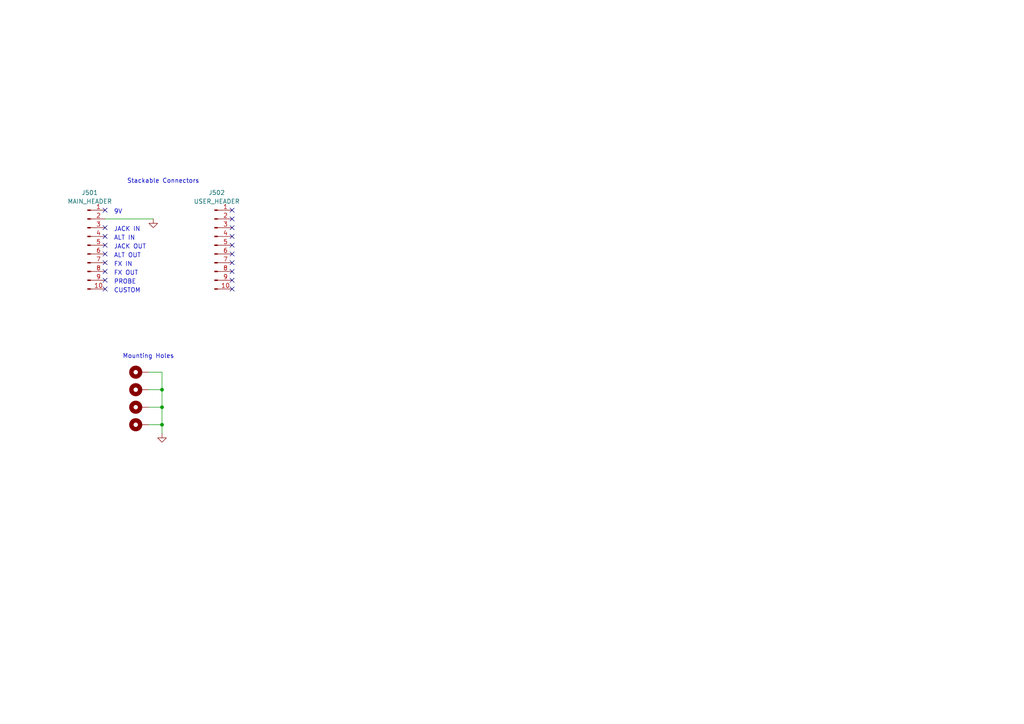
<source format=kicad_sch>
(kicad_sch (version 20230121) (generator eeschema)
  (paper "A4")
  (lib_symbols
    (symbol "4ms_Power-symbol:GND" (power) (pin_names (offset 0))
      (property "Value" "GND" (at 0 -3.81 0))
      (symbol "GND_0_1"
        (polyline (pts (xy 0 0) (xy 0 -1.27) (xy 1.27 -1.27) (xy 0 -2.54) (xy -1.27 -1.27) (xy 0 -1.27)))
      )
      (symbol "GND_1_1"
        (pin power_in line (at 0 0 270) (length 0) hide (name "GND") (number "1"))
      )
    )
    (symbol "Mechanical:MountingHole_Pad" (pin_numbers hide) (pin_names (offset 1.016) hide)
      (property "Reference" "H" (at 0 6.35 0))
      (property "Value" "MountingHole_Pad" (at 0 4.445 0))
      (symbol "MountingHole_Pad_0_1"
        (circle (center 0 1.27) (radius 1.27) (stroke (width 1.27)))
      )
      (symbol "MountingHole_Pad_1_1"
        (pin input line (at 0 -2.54 90) (length 2.54) (name "1") (number "1"))
      )
    )
    (symbol "___MY_LIB:Conn_01x10_Pin" (pin_names (offset 1.016) hide)
      (property "Reference" "J" (at 0 12.7 0))
      (property "Value" "Conn_01x10_Pin" (at 0 -15.24 0))
      (symbol "Conn_01x10_Pin_1_1"
        (polyline (pts (xy 1.27 -12.7) (xy 0.8636 -12.7)) (stroke (width 0.1524)))
        (polyline (pts (xy 1.27 -10.16) (xy 0.8636 -10.16)) (stroke (width 0.1524)))
        (polyline (pts (xy 1.27 -7.62) (xy 0.8636 -7.62)) (stroke (width 0.1524)))
        (polyline (pts (xy 1.27 -5.08) (xy 0.8636 -5.08)) (stroke (width 0.1524)))
        (polyline (pts (xy 1.27 -2.54) (xy 0.8636 -2.54)) (stroke (width 0.1524)))
        (polyline (pts (xy 1.27 0) (xy 0.8636 0)) (stroke (width 0.1524)))
        (polyline (pts (xy 1.27 2.54) (xy 0.8636 2.54)) (stroke (width 0.1524)))
        (polyline (pts (xy 1.27 5.08) (xy 0.8636 5.08)) (stroke (width 0.1524)))
        (polyline (pts (xy 1.27 7.62) (xy 0.8636 7.62)) (stroke (width 0.1524)))
        (polyline (pts (xy 1.27 10.16) (xy 0.8636 10.16)) (stroke (width 0.1524)))
        (rectangle (start 0.8636 -12.573) (end 0 -12.827) (stroke (width 0.1524)) (fill (type outline)))
        (rectangle (start 0.8636 -10.033) (end 0 -10.287) (stroke (width 0.1524)) (fill (type outline)))
        (rectangle (start 0.8636 -7.493) (end 0 -7.747) (stroke (width 0.1524)) (fill (type outline)))
        (rectangle (start 0.8636 -4.953) (end 0 -5.207) (stroke (width 0.1524)) (fill (type outline)))
        (rectangle (start 0.8636 -2.413) (end 0 -2.667) (stroke (width 0.1524)) (fill (type outline)))
        (rectangle (start 0.8636 0.127) (end 0 -0.127) (stroke (width 0.1524)) (fill (type outline)))
        (rectangle (start 0.8636 2.667) (end 0 2.413) (stroke (width 0.1524)) (fill (type outline)))
        (rectangle (start 0.8636 5.207) (end 0 4.953) (stroke (width 0.1524)) (fill (type outline)))
        (rectangle (start 0.8636 7.747) (end 0 7.493) (stroke (width 0.1524)) (fill (type outline)))
        (rectangle (start 0.8636 10.287) (end 0 10.033) (stroke (width 0.1524)) (fill (type outline)))
        (pin passive line (at 5.08 10.16 180) (length 3.81) (name "Pin_1") (number "1"))
        (pin passive line (at 5.08 -12.7 180) (length 3.81) (name "Pin_10") (number "10"))
        (pin passive line (at 5.08 7.62 180) (length 3.81) (name "Pin_2") (number "2"))
        (pin passive line (at 5.08 5.08 180) (length 3.81) (name "Pin_3") (number "3"))
        (pin passive line (at 5.08 2.54 180) (length 3.81) (name "Pin_4") (number "4"))
        (pin passive line (at 5.08 0 180) (length 3.81) (name "Pin_5") (number "5"))
        (pin passive line (at 5.08 -2.54 180) (length 3.81) (name "Pin_6") (number "6"))
        (pin passive line (at 5.08 -5.08 180) (length 3.81) (name "Pin_7") (number "7"))
        (pin passive line (at 5.08 -7.62 180) (length 3.81) (name "Pin_8") (number "8"))
        (pin passive line (at 5.08 -10.16 180) (length 3.81) (name "Pin_9") (number "9"))
      )
    )
  )
  (junction (at 46.99 123.19))
  (junction (at 46.99 118.11))
  (junction (at 46.99 113.03))
  (no_connect (at 30.48 71.12))
  (no_connect (at 67.31 60.96))
  (no_connect (at 67.31 73.66))
  (no_connect (at 67.31 63.5))
  (no_connect (at 30.48 83.82))
  (no_connect (at 30.48 66.04))
  (no_connect (at 67.31 83.82))
  (no_connect (at 67.31 71.12))
  (no_connect (at 67.31 66.04))
  (no_connect (at 30.48 60.96))
  (no_connect (at 30.48 78.74))
  (no_connect (at 67.31 76.2))
  (no_connect (at 30.48 68.58))
  (no_connect (at 30.48 73.66))
  (no_connect (at 67.31 78.74))
  (no_connect (at 30.48 76.2))
  (no_connect (at 30.48 81.28))
  (no_connect (at 67.31 81.28))
  (no_connect (at 67.31 68.58))
  (wire (pts (xy 46.99 118.11) (xy 46.99 123.19)))
  (wire (pts (xy 43.18 123.19) (xy 46.99 123.19)))
  (wire (pts (xy 46.99 123.19) (xy 46.99 125.73)))
  (wire (pts (xy 46.99 107.95) (xy 46.99 113.03)))
  (wire (pts (xy 30.48 63.5) (xy 44.45 63.5)))
  (wire (pts (xy 43.18 113.03) (xy 46.99 113.03)))
  (wire (pts (xy 43.18 118.11) (xy 46.99 118.11)))
  (wire (pts (xy 43.18 107.95) (xy 46.99 107.95)))
  (wire (pts (xy 46.99 113.03) (xy 46.99 118.11)))
  (text "CUSTOM" (at 33.02 85.09 0) (effects (font (size 1.27 1.27)) (justify left bottom)))
  (text "Stackable Connectors" (at 36.83 53.34 0) (effects (font (size 1.27 1.27)) (justify left bottom)))
  (text "ALT IN" (at 33.02 69.85 0) (effects (font (size 1.27 1.27)) (justify left bottom)))
  (text "FX IN" (at 33.02 77.47 0) (effects (font (size 1.27 1.27)) (justify left bottom)))
  (text "ALT OUT" (at 33.02 74.93 0) (effects (font (size 1.27 1.27)) (justify left bottom)))
  (text "Mounting Holes" (at 35.56 104.14 0) (effects (font (size 1.27 1.27)) (justify left bottom)))
  (text "FX OUT" (at 33.02 80.01 0) (effects (font (size 1.27 1.27)) (justify left bottom)))
  (text "JACK IN" (at 33.02 67.31 0) (effects (font (size 1.27 1.27)) (justify left bottom)))
  (text "9V" (at 33.02 62.23 0) (effects (font (size 1.27 1.27)) (justify left bottom)))
  (text "PROBE" (at 33.02 82.55 0) (effects (font (size 1.27 1.27)) (justify left bottom)))
  (text "JACK OUT" (at 33.02 72.39 0) (effects (font (size 1.27 1.27)) (justify left bottom)))
  (symbol (lib_id "Mechanical:MountingHole_Pad") (at 40.64 118.11 90) (unit 1)
    (property "Reference" "H503" (effects hide))
    (property "Value" "MountingHole_Pad" (effects hide))
    (property "Footprint" "___MyLibrary:MountingHole_3.2mm_M3_Pad_Via_1mmSpacing" (effects hide))
  )
  (symbol (lib_id "Mechanical:MountingHole_Pad") (at 40.64 123.19 90) (unit 1)
    (property "Reference" "H504" (effects hide))
    (property "Value" "MountingHole_Pad" (effects hide))
    (property "Footprint" "___MyLibrary:MountingHole_3.2mm_M3_Pad_Via_1mmSpacing" (effects hide))
  )
  (symbol (lib_id "4ms_Power-symbol:GND") (at 46.99 125.73 0) (unit 1)
    (property "Reference" "#PWR05" (effects hide))
    (property "Value" "GND" (effects hide))
  )
  (symbol (lib_id "___MY_LIB:Conn_01x10_Pin") (at 25.4 71.12 0) (unit 1)
    (property "Reference" "J501" (at 26.035 55.88 0))
    (property "Value" "MAIN_HEADER" (at 26.035 58.42 0))
    (property "Footprint" "___MyLibrary:10 pin various types" (effects hide))
  )
  (symbol (lib_id "___MY_LIB:Conn_01x10_Pin") (at 62.23 71.12 0) (unit 1)
    (property "Reference" "J502" (at 62.865 55.88 0))
    (property "Value" "USER_HEADER" (at 62.865 58.42 0))
    (property "Footprint" "___MyLibrary:10 pin various types" (effects hide))
  )
  (symbol (lib_id "4ms_Power-symbol:GND") (at 44.45 63.5 0) (unit 1)
    (property "Reference" "#PWR04" (effects hide))
    (property "Value" "GND" (effects hide))
  )
  (symbol (lib_id "Mechanical:MountingHole_Pad") (at 40.64 113.03 90) (unit 1)
    (property "Reference" "H502" (effects hide))
    (property "Value" "MountingHole_Pad" (effects hide))
    (property "Footprint" "___MyLibrary:MountingHole_3.2mm_M3_Pad_Via_1mmSpacing" (effects hide))
  )
  (symbol (lib_id "Mechanical:MountingHole_Pad") (at 40.64 107.95 90) (unit 1)
    (property "Reference" "H501" (effects hide))
    (property "Value" "MountingHole_Pad" (effects hide))
    (property "Footprint" "___MyLibrary:MountingHole_3.2mm_M3_Pad_Via_1mmSpacing" (effects hide))
  )
)
</source>
